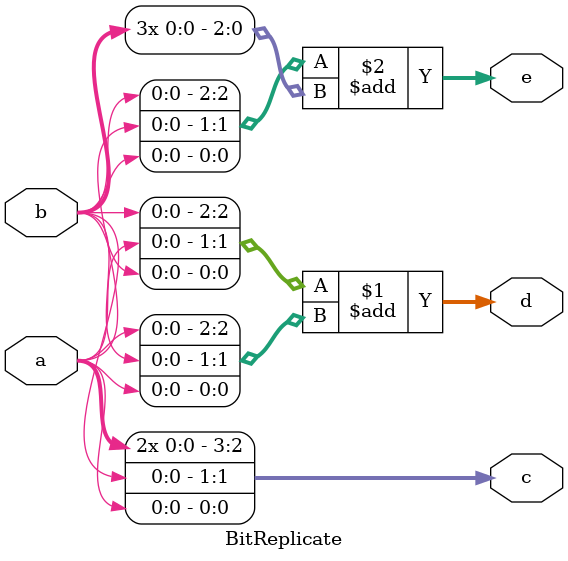
<source format=sv>
module BitReplicate(input wire a, input wire b, output wire [3:0] c,
    output wire [2:0] d, output wire [2:0] e);
    assign c = {a, a, b, a};
    assign d = {b, a, b} + {a, b, a};
    assign e = {b, a, b} + {b, b, b};
endmodule
</source>
